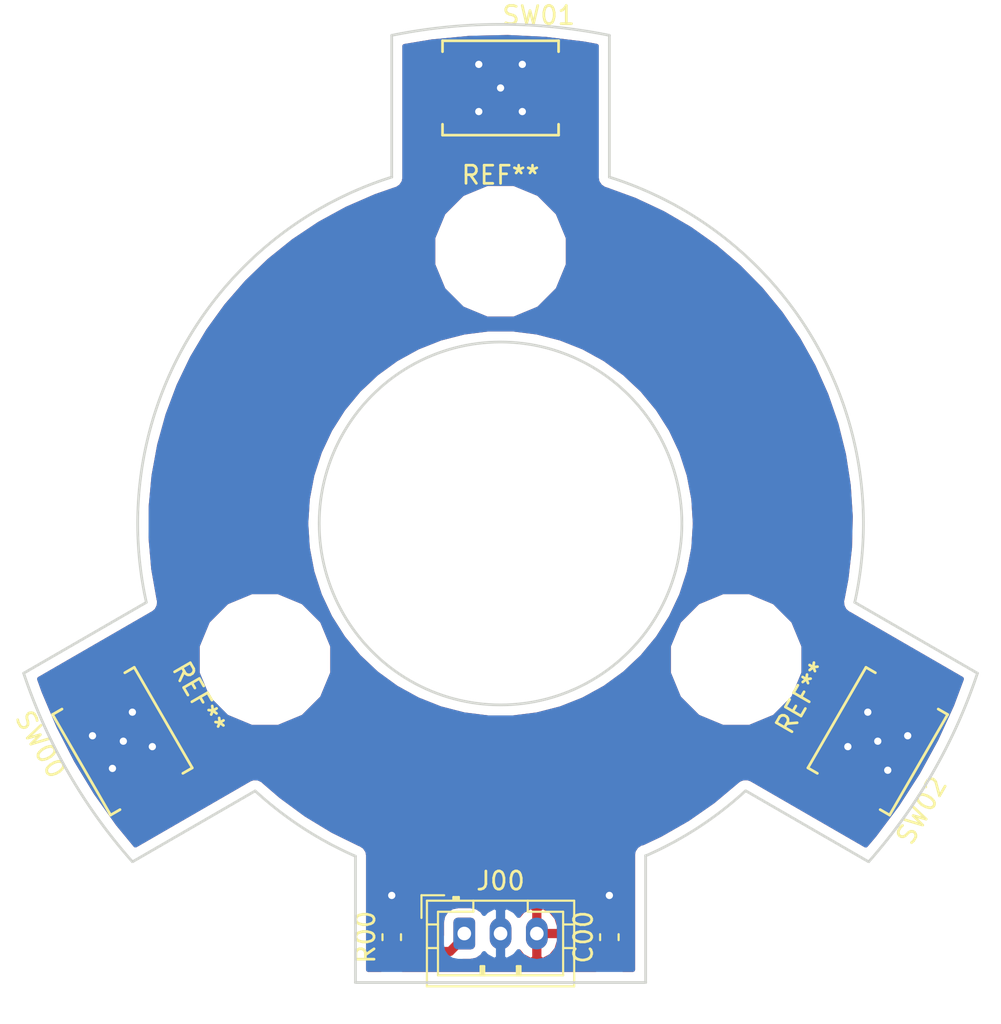
<source format=kicad_pcb>
(kicad_pcb (version 20171130) (host pcbnew "(5.0.1-3-g963ef8bb5)")

  (general
    (thickness 1.6)
    (drawings 23)
    (tracks 46)
    (zones 0)
    (modules 9)
    (nets 4)
  )

  (page A4)
  (layers
    (0 F.Cu signal)
    (31 B.Cu signal)
    (32 B.Adhes user)
    (33 F.Adhes user)
    (34 B.Paste user)
    (35 F.Paste user)
    (36 B.SilkS user)
    (37 F.SilkS user)
    (38 B.Mask user)
    (39 F.Mask user)
    (40 Dwgs.User user)
    (41 Cmts.User user)
    (42 Eco1.User user)
    (43 Eco2.User user)
    (44 Edge.Cuts user)
    (45 Margin user)
    (46 B.CrtYd user)
    (47 F.CrtYd user)
    (48 B.Fab user)
    (49 F.Fab user)
  )

  (setup
    (last_trace_width 0.5)
    (trace_clearance 0.2)
    (zone_clearance 0.508)
    (zone_45_only no)
    (trace_min 0.2)
    (segment_width 0.2)
    (edge_width 0.15)
    (via_size 0.8)
    (via_drill 0.4)
    (via_min_size 0.4)
    (via_min_drill 0.3)
    (uvia_size 0.3)
    (uvia_drill 0.1)
    (uvias_allowed no)
    (uvia_min_size 0.2)
    (uvia_min_drill 0.1)
    (pcb_text_width 0.3)
    (pcb_text_size 1.5 1.5)
    (mod_edge_width 0.15)
    (mod_text_size 1 1)
    (mod_text_width 0.15)
    (pad_size 3.2 3.2)
    (pad_drill 3.2)
    (pad_to_mask_clearance 0.051)
    (solder_mask_min_width 0.25)
    (aux_axis_origin 0 0)
    (visible_elements FFFFFF7F)
    (pcbplotparams
      (layerselection 0x010fc_ffffffff)
      (usegerberextensions false)
      (usegerberattributes false)
      (usegerberadvancedattributes false)
      (creategerberjobfile false)
      (excludeedgelayer true)
      (linewidth 0.100000)
      (plotframeref false)
      (viasonmask false)
      (mode 1)
      (useauxorigin false)
      (hpglpennumber 1)
      (hpglpenspeed 20)
      (hpglpendiameter 15.000000)
      (psnegative false)
      (psa4output false)
      (plotreference true)
      (plotvalue true)
      (plotinvisibletext false)
      (padsonsilk false)
      (subtractmaskfromsilk false)
      (outputformat 1)
      (mirror false)
      (drillshape 1)
      (scaleselection 1)
      (outputdirectory ""))
  )

  (net 0 "")
  (net 1 GND)
  (net 2 +5V)
  (net 3 "Net-(C00-Pad2)")

  (net_class Default "This is the default net class."
    (clearance 0.2)
    (trace_width 0.5)
    (via_dia 0.8)
    (via_drill 0.4)
    (uvia_dia 0.3)
    (uvia_drill 0.1)
    (add_net +5V)
    (add_net GND)
    (add_net "Net-(C00-Pad2)")
  )

  (module MountingHole:MountingHole_3.2mm_M3 (layer F.Cu) (tedit 5CED4204) (tstamp 5CF9A0B6)
    (at 112.990381 107.5 240)
    (descr "Mounting Hole 3.2mm, no annular, M3")
    (tags "mounting hole 3.2mm no annular m3")
    (attr virtual)
    (fp_text reference REF** (at 0 -4.2 240) (layer F.SilkS)
      (effects (font (size 1 1) (thickness 0.15)))
    )
    (fp_text value MountingHole_3.2mm_M3 (at 0 4.2 240) (layer F.Fab)
      (effects (font (size 1 1) (thickness 0.15)))
    )
    (fp_text user %R (at 0.3 0 240) (layer F.Fab)
      (effects (font (size 1 1) (thickness 0.15)))
    )
    (fp_circle (center 0 0) (end 3.2 0) (layer Cmts.User) (width 0.15))
    (fp_circle (center 0 0) (end 3.45 0) (layer F.CrtYd) (width 0.05))
    (pad "" np_thru_hole circle (at 0 0 240) (size 3.2 3.2) (drill 3.2) (layers *.Cu *.Mask)
      (clearance 2))
  )

  (module MountingHole:MountingHole_3.2mm_M3 (layer F.Cu) (tedit 5CED4204) (tstamp 5CF9A0AF)
    (at 87.009619 107.5 120)
    (descr "Mounting Hole 3.2mm, no annular, M3")
    (tags "mounting hole 3.2mm no annular m3")
    (attr virtual)
    (fp_text reference REF** (at 0 -4.2 120) (layer F.SilkS)
      (effects (font (size 1 1) (thickness 0.15)))
    )
    (fp_text value MountingHole_3.2mm_M3 (at 0 4.2 120) (layer F.Fab)
      (effects (font (size 1 1) (thickness 0.15)))
    )
    (fp_text user %R (at 0.3 0 120) (layer F.Fab)
      (effects (font (size 1 1) (thickness 0.15)))
    )
    (fp_circle (center 0 0) (end 3.2 0) (layer Cmts.User) (width 0.15))
    (fp_circle (center 0 0) (end 3.45 0) (layer F.CrtYd) (width 0.05))
    (pad "" np_thru_hole circle (at 0 0 120) (size 3.2 3.2) (drill 3.2) (layers *.Cu *.Mask)
      (clearance 2))
  )

  (module Capacitor_SMD:C_0603_1608Metric (layer F.Cu) (tedit 5B301BBE) (tstamp 5CF98672)
    (at 106 122.8 90)
    (descr "Capacitor SMD 0603 (1608 Metric), square (rectangular) end terminal, IPC_7351 nominal, (Body size source: http://www.tortai-tech.com/upload/download/2011102023233369053.pdf), generated with kicad-footprint-generator")
    (tags capacitor)
    (path /5CED328E)
    (attr smd)
    (fp_text reference C00 (at 0 -1.43 90) (layer F.SilkS)
      (effects (font (size 1 1) (thickness 0.15)))
    )
    (fp_text value 1uF (at 0 1.43 90) (layer F.Fab)
      (effects (font (size 1 1) (thickness 0.15)))
    )
    (fp_line (start -0.8 0.4) (end -0.8 -0.4) (layer F.Fab) (width 0.1))
    (fp_line (start -0.8 -0.4) (end 0.8 -0.4) (layer F.Fab) (width 0.1))
    (fp_line (start 0.8 -0.4) (end 0.8 0.4) (layer F.Fab) (width 0.1))
    (fp_line (start 0.8 0.4) (end -0.8 0.4) (layer F.Fab) (width 0.1))
    (fp_line (start -0.162779 -0.51) (end 0.162779 -0.51) (layer F.SilkS) (width 0.12))
    (fp_line (start -0.162779 0.51) (end 0.162779 0.51) (layer F.SilkS) (width 0.12))
    (fp_line (start -1.48 0.73) (end -1.48 -0.73) (layer F.CrtYd) (width 0.05))
    (fp_line (start -1.48 -0.73) (end 1.48 -0.73) (layer F.CrtYd) (width 0.05))
    (fp_line (start 1.48 -0.73) (end 1.48 0.73) (layer F.CrtYd) (width 0.05))
    (fp_line (start 1.48 0.73) (end -1.48 0.73) (layer F.CrtYd) (width 0.05))
    (fp_text user %R (at 0 0 90) (layer F.Fab)
      (effects (font (size 0.4 0.4) (thickness 0.06)))
    )
    (pad 1 smd roundrect (at -0.7875 0 90) (size 0.875 0.95) (layers F.Cu F.Paste F.Mask) (roundrect_rratio 0.25)
      (net 1 GND))
    (pad 2 smd roundrect (at 0.7875 0 90) (size 0.875 0.95) (layers F.Cu F.Paste F.Mask) (roundrect_rratio 0.25)
      (net 3 "Net-(C00-Pad2)"))
    (model ${KISYS3DMOD}/Capacitor_SMD.3dshapes/C_0603_1608Metric.wrl
      (at (xyz 0 0 0))
      (scale (xyz 1 1 1))
      (rotate (xyz 0 0 0))
    )
  )

  (module Connector_JST:JST_PH_B3B-PH-K_1x03_P2.00mm_Vertical (layer F.Cu) (tedit 5B7745C2) (tstamp 5CF997F7)
    (at 98 122.6)
    (descr "JST PH series connector, B3B-PH-K (http://www.jst-mfg.com/product/pdf/eng/ePH.pdf), generated with kicad-footprint-generator")
    (tags "connector JST PH side entry")
    (path /5CED5A9B)
    (fp_text reference J00 (at 2 -2.9) (layer F.SilkS)
      (effects (font (size 1 1) (thickness 0.15)))
    )
    (fp_text value Conn_01x03 (at 2 4) (layer F.Fab)
      (effects (font (size 1 1) (thickness 0.15)))
    )
    (fp_line (start -2.06 -1.81) (end -2.06 2.91) (layer F.SilkS) (width 0.12))
    (fp_line (start -2.06 2.91) (end 6.06 2.91) (layer F.SilkS) (width 0.12))
    (fp_line (start 6.06 2.91) (end 6.06 -1.81) (layer F.SilkS) (width 0.12))
    (fp_line (start 6.06 -1.81) (end -2.06 -1.81) (layer F.SilkS) (width 0.12))
    (fp_line (start -0.3 -1.81) (end -0.3 -2.01) (layer F.SilkS) (width 0.12))
    (fp_line (start -0.3 -2.01) (end -0.6 -2.01) (layer F.SilkS) (width 0.12))
    (fp_line (start -0.6 -2.01) (end -0.6 -1.81) (layer F.SilkS) (width 0.12))
    (fp_line (start -0.3 -1.91) (end -0.6 -1.91) (layer F.SilkS) (width 0.12))
    (fp_line (start 0.5 -1.81) (end 0.5 -1.2) (layer F.SilkS) (width 0.12))
    (fp_line (start 0.5 -1.2) (end -1.45 -1.2) (layer F.SilkS) (width 0.12))
    (fp_line (start -1.45 -1.2) (end -1.45 2.3) (layer F.SilkS) (width 0.12))
    (fp_line (start -1.45 2.3) (end 5.45 2.3) (layer F.SilkS) (width 0.12))
    (fp_line (start 5.45 2.3) (end 5.45 -1.2) (layer F.SilkS) (width 0.12))
    (fp_line (start 5.45 -1.2) (end 3.5 -1.2) (layer F.SilkS) (width 0.12))
    (fp_line (start 3.5 -1.2) (end 3.5 -1.81) (layer F.SilkS) (width 0.12))
    (fp_line (start -2.06 -0.5) (end -1.45 -0.5) (layer F.SilkS) (width 0.12))
    (fp_line (start -2.06 0.8) (end -1.45 0.8) (layer F.SilkS) (width 0.12))
    (fp_line (start 6.06 -0.5) (end 5.45 -0.5) (layer F.SilkS) (width 0.12))
    (fp_line (start 6.06 0.8) (end 5.45 0.8) (layer F.SilkS) (width 0.12))
    (fp_line (start 0.9 2.3) (end 0.9 1.8) (layer F.SilkS) (width 0.12))
    (fp_line (start 0.9 1.8) (end 1.1 1.8) (layer F.SilkS) (width 0.12))
    (fp_line (start 1.1 1.8) (end 1.1 2.3) (layer F.SilkS) (width 0.12))
    (fp_line (start 1 2.3) (end 1 1.8) (layer F.SilkS) (width 0.12))
    (fp_line (start 2.9 2.3) (end 2.9 1.8) (layer F.SilkS) (width 0.12))
    (fp_line (start 2.9 1.8) (end 3.1 1.8) (layer F.SilkS) (width 0.12))
    (fp_line (start 3.1 1.8) (end 3.1 2.3) (layer F.SilkS) (width 0.12))
    (fp_line (start 3 2.3) (end 3 1.8) (layer F.SilkS) (width 0.12))
    (fp_line (start -1.11 -2.11) (end -2.36 -2.11) (layer F.SilkS) (width 0.12))
    (fp_line (start -2.36 -2.11) (end -2.36 -0.86) (layer F.SilkS) (width 0.12))
    (fp_line (start -1.11 -2.11) (end -2.36 -2.11) (layer F.Fab) (width 0.1))
    (fp_line (start -2.36 -2.11) (end -2.36 -0.86) (layer F.Fab) (width 0.1))
    (fp_line (start -1.95 -1.7) (end -1.95 2.8) (layer F.Fab) (width 0.1))
    (fp_line (start -1.95 2.8) (end 5.95 2.8) (layer F.Fab) (width 0.1))
    (fp_line (start 5.95 2.8) (end 5.95 -1.7) (layer F.Fab) (width 0.1))
    (fp_line (start 5.95 -1.7) (end -1.95 -1.7) (layer F.Fab) (width 0.1))
    (fp_line (start -2.45 -2.2) (end -2.45 3.3) (layer F.CrtYd) (width 0.05))
    (fp_line (start -2.45 3.3) (end 6.45 3.3) (layer F.CrtYd) (width 0.05))
    (fp_line (start 6.45 3.3) (end 6.45 -2.2) (layer F.CrtYd) (width 0.05))
    (fp_line (start 6.45 -2.2) (end -2.45 -2.2) (layer F.CrtYd) (width 0.05))
    (fp_text user %R (at 2 1.5) (layer F.Fab)
      (effects (font (size 1 1) (thickness 0.15)))
    )
    (pad 1 thru_hole roundrect (at 0 0) (size 1.2 1.75) (drill 0.75) (layers *.Cu *.Mask) (roundrect_rratio 0.208333)
      (net 2 +5V))
    (pad 2 thru_hole oval (at 2 0) (size 1.2 1.75) (drill 0.75) (layers *.Cu *.Mask)
      (net 3 "Net-(C00-Pad2)"))
    (pad 3 thru_hole oval (at 4 0) (size 1.2 1.75) (drill 0.75) (layers *.Cu *.Mask)
      (net 1 GND))
    (model ${KISYS3DMOD}/Connector_JST.3dshapes/JST_PH_B3B-PH-K_1x03_P2.00mm_Vertical.wrl
      (at (xyz 0 0 0))
      (scale (xyz 1 1 1))
      (rotate (xyz 0 0 0))
    )
  )

  (module Resistor_SMD:R_0603_1608Metric (layer F.Cu) (tedit 5B301BBD) (tstamp 5CF99936)
    (at 94 122.8 90)
    (descr "Resistor SMD 0603 (1608 Metric), square (rectangular) end terminal, IPC_7351 nominal, (Body size source: http://www.tortai-tech.com/upload/download/2011102023233369053.pdf), generated with kicad-footprint-generator")
    (tags resistor)
    (path /5CED30DB)
    (attr smd)
    (fp_text reference R00 (at 0 -1.43 90) (layer F.SilkS)
      (effects (font (size 1 1) (thickness 0.15)))
    )
    (fp_text value 10K (at 0 1.43 90) (layer F.Fab)
      (effects (font (size 1 1) (thickness 0.15)))
    )
    (fp_line (start -0.8 0.4) (end -0.8 -0.4) (layer F.Fab) (width 0.1))
    (fp_line (start -0.8 -0.4) (end 0.8 -0.4) (layer F.Fab) (width 0.1))
    (fp_line (start 0.8 -0.4) (end 0.8 0.4) (layer F.Fab) (width 0.1))
    (fp_line (start 0.8 0.4) (end -0.8 0.4) (layer F.Fab) (width 0.1))
    (fp_line (start -0.162779 -0.51) (end 0.162779 -0.51) (layer F.SilkS) (width 0.12))
    (fp_line (start -0.162779 0.51) (end 0.162779 0.51) (layer F.SilkS) (width 0.12))
    (fp_line (start -1.48 0.73) (end -1.48 -0.73) (layer F.CrtYd) (width 0.05))
    (fp_line (start -1.48 -0.73) (end 1.48 -0.73) (layer F.CrtYd) (width 0.05))
    (fp_line (start 1.48 -0.73) (end 1.48 0.73) (layer F.CrtYd) (width 0.05))
    (fp_line (start 1.48 0.73) (end -1.48 0.73) (layer F.CrtYd) (width 0.05))
    (fp_text user %R (at 0 0 90) (layer F.Fab)
      (effects (font (size 0.4 0.4) (thickness 0.06)))
    )
    (pad 1 smd roundrect (at -0.7875 0 90) (size 0.875 0.95) (layers F.Cu F.Paste F.Mask) (roundrect_rratio 0.25)
      (net 2 +5V))
    (pad 2 smd roundrect (at 0.7875 0 90) (size 0.875 0.95) (layers F.Cu F.Paste F.Mask) (roundrect_rratio 0.25)
      (net 3 "Net-(C00-Pad2)"))
    (model ${KISYS3DMOD}/Resistor_SMD.3dshapes/R_0603_1608Metric.wrl
      (at (xyz 0 0 0))
      (scale (xyz 1 1 1))
      (rotate (xyz 0 0 0))
    )
  )

  (module _switch:RAFI_MICON5_SMD (layer F.Cu) (tedit 5CED088E) (tstamp 5CF986CB)
    (at 79.15 112 120)
    (descr http://www.farnell.com/datasheets/1702832.pdf?_ga=2.4497972.646706983.1559033274-307862962.1549974152)
    (tags "switch, NO, SPST")
    (path /5CED2A51)
    (fp_text reference SW00 (at 2.1 -4 120) (layer F.SilkS)
      (effects (font (size 1 1) (thickness 0.15)))
    )
    (fp_text value SPST (at 0 4.1 120) (layer F.Fab)
      (effects (font (size 1 1) (thickness 0.15)))
    )
    (fp_line (start -3.2 2.6) (end -3.2 2) (layer F.SilkS) (width 0.15))
    (fp_line (start 3.2 2.6) (end -3.2 2.6) (layer F.SilkS) (width 0.15))
    (fp_line (start 3.2 2) (end 3.2 2.6) (layer F.SilkS) (width 0.15))
    (fp_line (start 3.2 -2.6) (end 3.2 -2) (layer F.SilkS) (width 0.15))
    (fp_line (start -3.2 -2.6) (end 3.2 -2.6) (layer F.SilkS) (width 0.15))
    (fp_line (start -3.2 -2) (end -3.2 -2.6) (layer F.SilkS) (width 0.15))
    (fp_circle (center 0 0) (end 0 -1.2) (layer F.Fab) (width 0.15))
    (fp_line (start -3.9 3) (end -3.9 -3) (layer F.CrtYd) (width 0.15))
    (fp_line (start 3.9 3) (end -3.9 3) (layer F.CrtYd) (width 0.15))
    (fp_line (start 3.9 -3) (end 3.9 3) (layer F.CrtYd) (width 0.15))
    (fp_line (start -3.9 -3) (end 3.9 -3) (layer F.CrtYd) (width 0.15))
    (fp_line (start -3.2 2.55) (end -3.2 -2.55) (layer F.Fab) (width 0.15))
    (fp_line (start 3.2 2.55) (end -3.2 2.55) (layer F.Fab) (width 0.15))
    (fp_line (start 3.2 -2.55) (end 3.2 2.55) (layer F.Fab) (width 0.15))
    (fp_line (start -3.2 -2.55) (end 3.2 -2.55) (layer F.Fab) (width 0.15))
    (pad 2 smd rect (at 2.9 -1.27 120) (size 1.6 0.55) (layers F.Cu F.Paste F.Mask)
      (net 1 GND))
    (pad 2 smd rect (at 2.9 1.27 120) (size 1.6 0.55) (layers F.Cu F.Paste F.Mask)
      (net 1 GND))
    (pad 2 smd rect (at -2.9 1.27 120) (size 1.6 0.55) (layers F.Cu F.Paste F.Mask)
      (net 1 GND))
    (pad 2 smd rect (at -2.9 -1.27 120) (size 1.6 0.55) (layers F.Cu F.Paste F.Mask)
      (net 1 GND))
    (pad 1 smd rect (at -2.9 0 120) (size 1.6 0.55) (layers F.Cu F.Paste F.Mask)
      (net 3 "Net-(C00-Pad2)"))
    (pad 1 smd rect (at 2.9 0 120) (size 1.6 0.55) (layers F.Cu F.Paste F.Mask)
      (net 3 "Net-(C00-Pad2)"))
  )

  (module _switch:RAFI_MICON5_SMD (layer F.Cu) (tedit 5CED088E) (tstamp 5CF66B4A)
    (at 100 76)
    (descr http://www.farnell.com/datasheets/1702832.pdf?_ga=2.4497972.646706983.1559033274-307862962.1549974152)
    (tags "switch, NO, SPST")
    (path /5CED2B21)
    (fp_text reference SW01 (at 2.1 -4) (layer F.SilkS)
      (effects (font (size 1 1) (thickness 0.15)))
    )
    (fp_text value SPST (at 0 4.1) (layer F.Fab)
      (effects (font (size 1 1) (thickness 0.15)))
    )
    (fp_line (start -3.2 2.6) (end -3.2 2) (layer F.SilkS) (width 0.15))
    (fp_line (start 3.2 2.6) (end -3.2 2.6) (layer F.SilkS) (width 0.15))
    (fp_line (start 3.2 2) (end 3.2 2.6) (layer F.SilkS) (width 0.15))
    (fp_line (start 3.2 -2.6) (end 3.2 -2) (layer F.SilkS) (width 0.15))
    (fp_line (start -3.2 -2.6) (end 3.2 -2.6) (layer F.SilkS) (width 0.15))
    (fp_line (start -3.2 -2) (end -3.2 -2.6) (layer F.SilkS) (width 0.15))
    (fp_circle (center 0 0) (end 0 -1.2) (layer F.Fab) (width 0.15))
    (fp_line (start -3.9 3) (end -3.9 -3) (layer F.CrtYd) (width 0.15))
    (fp_line (start 3.9 3) (end -3.9 3) (layer F.CrtYd) (width 0.15))
    (fp_line (start 3.9 -3) (end 3.9 3) (layer F.CrtYd) (width 0.15))
    (fp_line (start -3.9 -3) (end 3.9 -3) (layer F.CrtYd) (width 0.15))
    (fp_line (start -3.2 2.55) (end -3.2 -2.55) (layer F.Fab) (width 0.15))
    (fp_line (start 3.2 2.55) (end -3.2 2.55) (layer F.Fab) (width 0.15))
    (fp_line (start 3.2 -2.55) (end 3.2 2.55) (layer F.Fab) (width 0.15))
    (fp_line (start -3.2 -2.55) (end 3.2 -2.55) (layer F.Fab) (width 0.15))
    (pad 2 smd rect (at 2.9 -1.27) (size 1.6 0.55) (layers F.Cu F.Paste F.Mask)
      (net 1 GND))
    (pad 2 smd rect (at 2.9 1.27) (size 1.6 0.55) (layers F.Cu F.Paste F.Mask)
      (net 1 GND))
    (pad 2 smd rect (at -2.9 1.27) (size 1.6 0.55) (layers F.Cu F.Paste F.Mask)
      (net 1 GND))
    (pad 2 smd rect (at -2.9 -1.27) (size 1.6 0.55) (layers F.Cu F.Paste F.Mask)
      (net 1 GND))
    (pad 1 smd rect (at -2.9 0) (size 1.6 0.55) (layers F.Cu F.Paste F.Mask)
      (net 3 "Net-(C00-Pad2)"))
    (pad 1 smd rect (at 2.9 0) (size 1.6 0.55) (layers F.Cu F.Paste F.Mask)
      (net 3 "Net-(C00-Pad2)"))
  )

  (module _switch:RAFI_MICON5_SMD (layer F.Cu) (tedit 5CED088E) (tstamp 5CF986FD)
    (at 120.8 112 240)
    (descr http://www.farnell.com/datasheets/1702832.pdf?_ga=2.4497972.646706983.1559033274-307862962.1549974152)
    (tags "switch, NO, SPST")
    (path /5CED2B48)
    (fp_text reference SW02 (at 2.1 -4 240) (layer F.SilkS)
      (effects (font (size 1 1) (thickness 0.15)))
    )
    (fp_text value SPST (at 0 4.1 240) (layer F.Fab)
      (effects (font (size 1 1) (thickness 0.15)))
    )
    (fp_line (start -3.2 -2.55) (end 3.2 -2.55) (layer F.Fab) (width 0.15))
    (fp_line (start 3.2 -2.55) (end 3.2 2.55) (layer F.Fab) (width 0.15))
    (fp_line (start 3.2 2.55) (end -3.2 2.55) (layer F.Fab) (width 0.15))
    (fp_line (start -3.2 2.55) (end -3.2 -2.55) (layer F.Fab) (width 0.15))
    (fp_line (start -3.9 -3) (end 3.9 -3) (layer F.CrtYd) (width 0.15))
    (fp_line (start 3.9 -3) (end 3.9 3) (layer F.CrtYd) (width 0.15))
    (fp_line (start 3.9 3) (end -3.9 3) (layer F.CrtYd) (width 0.15))
    (fp_line (start -3.9 3) (end -3.9 -3) (layer F.CrtYd) (width 0.15))
    (fp_circle (center 0 0) (end 0 -1.2) (layer F.Fab) (width 0.15))
    (fp_line (start -3.2 -2) (end -3.2 -2.6) (layer F.SilkS) (width 0.15))
    (fp_line (start -3.2 -2.6) (end 3.2 -2.6) (layer F.SilkS) (width 0.15))
    (fp_line (start 3.2 -2.6) (end 3.2 -2) (layer F.SilkS) (width 0.15))
    (fp_line (start 3.2 2) (end 3.2 2.6) (layer F.SilkS) (width 0.15))
    (fp_line (start 3.2 2.6) (end -3.2 2.6) (layer F.SilkS) (width 0.15))
    (fp_line (start -3.2 2.6) (end -3.2 2) (layer F.SilkS) (width 0.15))
    (pad 1 smd rect (at 2.9 0 240) (size 1.6 0.55) (layers F.Cu F.Paste F.Mask)
      (net 3 "Net-(C00-Pad2)"))
    (pad 1 smd rect (at -2.9 0 240) (size 1.6 0.55) (layers F.Cu F.Paste F.Mask)
      (net 3 "Net-(C00-Pad2)"))
    (pad 2 smd rect (at -2.9 -1.27 240) (size 1.6 0.55) (layers F.Cu F.Paste F.Mask)
      (net 1 GND))
    (pad 2 smd rect (at -2.9 1.27 240) (size 1.6 0.55) (layers F.Cu F.Paste F.Mask)
      (net 1 GND))
    (pad 2 smd rect (at 2.9 1.27 240) (size 1.6 0.55) (layers F.Cu F.Paste F.Mask)
      (net 1 GND))
    (pad 2 smd rect (at 2.9 -1.27 240) (size 1.6 0.55) (layers F.Cu F.Paste F.Mask)
      (net 1 GND))
  )

  (module MountingHole:MountingHole_3.2mm_M3 (layer F.Cu) (tedit 5CED4204) (tstamp 5CF98BF9)
    (at 100 85)
    (descr "Mounting Hole 3.2mm, no annular, M3")
    (tags "mounting hole 3.2mm no annular m3")
    (attr virtual)
    (fp_text reference REF** (at 0 -4.2) (layer F.SilkS)
      (effects (font (size 1 1) (thickness 0.15)))
    )
    (fp_text value MountingHole_3.2mm_M3 (at 0 4.2) (layer F.Fab)
      (effects (font (size 1 1) (thickness 0.15)))
    )
    (fp_circle (center 0 0) (end 3.45 0) (layer F.CrtYd) (width 0.05))
    (fp_circle (center 0 0) (end 3.2 0) (layer Cmts.User) (width 0.15))
    (fp_text user %R (at 0.3 0) (layer F.Fab)
      (effects (font (size 1 1) (thickness 0.15)))
    )
    (pad "" np_thru_hole circle (at 0 0) (size 3.2 3.2) (drill 3.2) (layers *.Cu *.Mask)
      (clearance 2))
  )

  (gr_circle (center 100 100) (end 120 100) (layer F.Fab) (width 0.2))
  (gr_line (start 126.296083 108.253848) (end 119.532425 104.348848) (layer Edge.Cuts) (width 0.15) (tstamp 5CF66CAE))
  (gr_line (start 79.703917 118.646152) (end 86.467575 114.741152) (layer Edge.Cuts) (width 0.15) (tstamp 5CF66CAD))
  (gr_line (start 120.296083 118.646152) (end 113.532425 114.741152) (layer Edge.Cuts) (width 0.15) (tstamp 5CF66CAC))
  (gr_line (start 73.703917 108.253848) (end 80.467575 104.348848) (layer Edge.Cuts) (width 0.15) (tstamp 5CF66CAB))
  (gr_arc (start 97.843597 98.755001) (end 120.296083 118.646152) (angle -23.07688018) (layer Edge.Cuts) (width 0.15) (tstamp 5CF66CAA))
  (gr_arc (start 102.156402 98.755) (end 73.703917 108.253848) (angle -23.07688018) (layer Edge.Cuts) (width 0.15) (tstamp 5CF66CA9))
  (gr_circle (center 112.990381 107.5) (end 112.190381 108.885641) (layer F.Fab) (width 0.2) (tstamp 5CF9A0BE))
  (gr_circle (center 87.009619 107.5) (end 86.209619 106.114359) (layer F.Fab) (width 0.2) (tstamp 5CF9A0BD))
  (gr_line (start 92 118.34) (end 92 125.3) (layer Edge.Cuts) (width 0.15))
  (gr_line (start 92 125.3) (end 108 125.3) (layer Edge.Cuts) (width 0.15))
  (gr_arc (start 100 100) (end 107.999999 118.319999) (angle -18.92746835) (layer Edge.Cuts) (width 0.15))
  (gr_arc (start 100 100) (end 86.470001 114.739999) (angle -18.98207597) (layer Edge.Cuts) (width 0.15))
  (gr_line (start 108 118.3) (end 108 125.3) (layer Edge.Cuts) (width 0.15))
  (gr_arc (start 100 100) (end 94.00221 80.911525) (angle -85.10879255) (layer Edge.Cuts) (width 0.15) (tstamp 5CF995B4))
  (gr_arc (start 100 100) (end 119.529999 104.349999) (angle -85.10879255) (layer Edge.Cuts) (width 0.15))
  (gr_arc (start 100.000001 102.489999) (end 106 73.1) (angle -23.07688018) (layer Edge.Cuts) (width 0.15))
  (gr_line (start 106 73.1) (end 106 80.91) (layer Edge.Cuts) (width 0.15))
  (gr_line (start 94 73.1) (end 94 80.91) (layer Edge.Cuts) (width 0.15))
  (gr_circle (center 100 100) (end 127.5 100) (layer F.Fab) (width 0.2))
  (gr_circle (center 100 85) (end 101.6 85) (layer F.Fab) (width 0.2))
  (gr_circle (center 100 100) (end 124 100) (layer F.Fab) (width 0.2))
  (gr_circle (center 100 100) (end 110 100) (layer Edge.Cuts) (width 0.15))

  (segment (start 94 123.5875) (end 97.2125 123.5875) (width 0.5) (layer F.Cu) (net 2))
  (segment (start 97.2125 123.5875) (end 98 122.8) (width 0.5) (layer F.Cu) (net 2))
  (via (at 100 76) (size 0.8) (drill 0.4) (layers F.Cu B.Cu) (net 3) (tstamp 5CF66B7E))
  (via (at 120.8 112) (size 0.8) (drill 0.4) (layers F.Cu B.Cu) (net 3))
  (via (at 94 120.5) (size 0.8) (drill 0.4) (layers F.Cu B.Cu) (net 3))
  (via (at 106 120.5) (size 0.8) (drill 0.4) (layers F.Cu B.Cu) (net 3))
  (segment (start 106 122.0125) (end 106 120.5) (width 0.5) (layer F.Cu) (net 3))
  (via (at 122.45 111.7) (size 0.8) (drill 0.4) (layers F.Cu B.Cu) (net 3))
  (segment (start 121.35 111.047371) (end 122.45 111.7) (width 0.5) (layer F.Cu) (net 3))
  (segment (start 122.25 109.488526) (end 121.35 111.047371) (width 0.5) (layer F.Cu) (net 3))
  (segment (start 121.35 111.047371) (end 120.8 112) (width 0.5) (layer F.Cu) (net 3))
  (segment (start 120.22265 113) (end 121.35 113.6) (width 0.5) (layer F.Cu) (net 3))
  (via (at 121.35 113.6) (size 0.8) (drill 0.4) (layers F.Cu B.Cu) (net 3))
  (segment (start 119.35 114.511474) (end 120.22265 113) (width 0.5) (layer F.Cu) (net 3))
  (segment (start 120.22265 113) (end 120.8 112) (width 0.5) (layer F.Cu) (net 3))
  (via (at 120.25 110.4) (size 0.8) (drill 0.4) (layers F.Cu B.Cu) (net 3))
  (segment (start 121.35 111.047371) (end 120.25 110.4) (width 0.5) (layer F.Cu) (net 3))
  (via (at 79.2 112) (size 0.8) (drill 0.4) (layers F.Cu B.Cu) (net 3))
  (via (at 80.8 112.3) (size 0.8) (drill 0.4) (layers F.Cu B.Cu) (net 3))
  (segment (start 79.7 112.896955) (end 80.8 112.3) (width 0.5) (layer F.Cu) (net 3))
  (segment (start 80.6 114.511474) (end 79.7 112.896955) (width 0.5) (layer F.Cu) (net 3))
  (segment (start 79.7 112.896955) (end 79.2 112) (width 0.5) (layer F.Cu) (net 3))
  (via (at 78.6 113.5) (size 0.8) (drill 0.4) (layers F.Cu B.Cu) (net 3))
  (segment (start 79.7 112.896955) (end 78.6 113.5) (width 0.5) (layer F.Cu) (net 3))
  (segment (start 78.602741 111) (end 79.7 110.4) (width 0.5) (layer F.Cu) (net 3))
  (segment (start 77.7 109.488526) (end 78.602741 111) (width 0.5) (layer F.Cu) (net 3))
  (via (at 79.7 110.4) (size 0.8) (drill 0.4) (layers F.Cu B.Cu) (net 3))
  (segment (start 78.602741 111) (end 79.2 112) (width 0.5) (layer F.Cu) (net 3))
  (via (at 77.5 111.7) (size 0.8) (drill 0.4) (layers F.Cu B.Cu) (net 3))
  (segment (start 78.602741 111) (end 77.5 111.7) (width 0.5) (layer F.Cu) (net 3))
  (segment (start 99.6 76) (end 100 76) (width 0.5) (layer F.Cu) (net 3) (tstamp 5CF66BA2))
  (via (at 101.2 74.7) (size 0.8) (drill 0.4) (layers F.Cu B.Cu) (net 3) (tstamp 5CF66B81))
  (segment (start 101.2 76) (end 101.2 74.7) (width 0.5) (layer F.Cu) (net 3) (tstamp 5CF66B9F))
  (segment (start 102.9 76) (end 101.2 76) (width 0.5) (layer F.Cu) (net 3) (tstamp 5CF66B9C))
  (segment (start 101.2 76) (end 99.6 76) (width 0.5) (layer F.Cu) (net 3) (tstamp 5CF66B99))
  (via (at 101.2 77.3) (size 0.8) (drill 0.4) (layers F.Cu B.Cu) (net 3) (tstamp 5CF66B87))
  (segment (start 101.2 76) (end 101.2 77.3) (width 0.5) (layer F.Cu) (net 3) (tstamp 5CF66B96))
  (via (at 98.8 74.7) (size 0.8) (drill 0.4) (layers F.Cu B.Cu) (net 3) (tstamp 5CF66B7B))
  (segment (start 98.8 76) (end 98.8 74.7) (width 0.5) (layer F.Cu) (net 3) (tstamp 5CF66B93))
  (segment (start 97.1 76) (end 98.8 76) (width 0.5) (layer F.Cu) (net 3) (tstamp 5CF66B90))
  (segment (start 98.8 76) (end 99.6 76) (width 0.5) (layer F.Cu) (net 3) (tstamp 5CF66B8D))
  (via (at 98.8 77.3) (size 0.8) (drill 0.4) (layers F.Cu B.Cu) (net 3) (tstamp 5CF66B84))
  (segment (start 98.8 76) (end 98.8 77.3) (width 0.5) (layer F.Cu) (net 3) (tstamp 5CF66B8A))
  (segment (start 94 122.0125) (end 94 120.5) (width 0.5) (layer F.Cu) (net 3))
  (via (at 119.15 112.3) (size 0.8) (drill 0.4) (layers F.Cu B.Cu) (net 3))
  (segment (start 120.22265 113) (end 119.15 112.3) (width 0.5) (layer F.Cu) (net 3))

  (zone (net 1) (net_name GND) (layer F.Cu) (tstamp 0) (hatch edge 0.508)
    (connect_pads (clearance 0.508))
    (min_thickness 0.254)
    (fill yes (arc_segments 16) (thermal_gap 0.508) (thermal_bridge_width 0.508))
    (polygon
      (pts
        (xy 94.6 73) (xy 96.1 72.8) (xy 98 72.6) (xy 99.5 72.5) (xy 101.1 72.5)
        (xy 102.9 72.7) (xy 104.5 72.9) (xy 106 73.2) (xy 105.94 80.95) (xy 106.75 81.25)
        (xy 108.38 81.92) (xy 109.32 82.4) (xy 110.55 83.09) (xy 111.55 83.77) (xy 112.74 84.67)
        (xy 114.21 86.02) (xy 115.8 87.78) (xy 117.45 90.39) (xy 118.56 92.74) (xy 119.4 95.46)
        (xy 119.84 98.05) (xy 119.95 99.82) (xy 119.84 101.98) (xy 119.68 103.18) (xy 119.46 104.34)
        (xy 122.29 106.03) (xy 124.88 107.53) (xy 126.1 108.2) (xy 125.4 110.3) (xy 124.9 111.6)
        (xy 124.4 112.6) (xy 123.9 113.5) (xy 123.1 114.8) (xy 122.5 115.7) (xy 121.8 116.6)
        (xy 120.3 118.6) (xy 113.53 114.69) (xy 112.15 115.82) (xy 110.9 116.7) (xy 109.68 117.46)
        (xy 108.09 118.25) (xy 107.95 118.28) (xy 108 125.3) (xy 106.4 125.3) (xy 104.6 125.3)
        (xy 102.2 125.3) (xy 99.2 125.3) (xy 97.1 125.3) (xy 95.4 125.3) (xy 93.9 125.3)
        (xy 92 125.3) (xy 92 118.3) (xy 89.16 116.75) (xy 87.45 115.52) (xy 86.49 114.7)
        (xy 79.7 118.7) (xy 77.5 115.8) (xy 76.3 114) (xy 75.5 112.4) (xy 74.9 111.1)
        (xy 73.8 108.3) (xy 80.51 104.35) (xy 80.12 102.02) (xy 80.02 100.06) (xy 80.12 98.08)
        (xy 80.64 95.15) (xy 81.47 92.55) (xy 82.59 90.26) (xy 83.88 88.24) (xy 85.68 86.07)
        (xy 87.93 84.11) (xy 89.44 83.07) (xy 92 81.7) (xy 94.03 80.95) (xy 94 73.2)
      )
    )
    (filled_polygon
      (pts
        (xy 102.481924 73.309612) (xy 104.566573 73.562309) (xy 105.29 73.693126) (xy 105.290001 80.920711) (xy 105.289888 80.939301)
        (xy 105.290001 80.94066) (xy 105.290001 80.979926) (xy 105.299788 81.029129) (xy 105.305932 81.064507) (xy 105.309433 81.077616)
        (xy 105.331196 81.187028) (xy 105.389736 81.274639) (xy 105.402576 81.296654) (xy 105.434766 81.342031) (xy 105.48812 81.421881)
        (xy 105.565915 81.473862) (xy 105.574077 81.480554) (xy 105.626301 81.516109) (xy 105.643482 81.525691) (xy 105.722973 81.578805)
        (xy 105.794576 81.593048) (xy 107.399893 82.177271) (xy 108.95495 82.905645) (xy 110.439087 83.769363) (xy 111.840564 84.761591)
        (xy 113.1483 85.874481) (xy 114.351924 87.099211) (xy 115.441911 88.426086) (xy 116.409634 89.844607) (xy 117.247422 91.343526)
        (xy 117.948655 92.911003) (xy 118.507767 94.534595) (xy 118.920341 96.201476) (xy 119.183104 97.898421) (xy 119.293977 99.611999)
        (xy 119.252083 101.32867) (xy 119.057196 103.039721) (xy 118.839212 104.182177) (xy 118.814709 104.254359) (xy 118.820244 104.3388)
        (xy 118.820038 104.342534) (xy 118.822185 104.405676) (xy 118.827383 104.447716) (xy 118.833183 104.536209) (xy 118.872086 104.615096)
        (xy 118.885986 104.648908) (xy 118.915107 104.704974) (xy 118.920833 104.713946) (xy 118.95811 104.789536) (xy 119.022925 104.846377)
        (xy 119.030568 104.854646) (xy 119.077405 104.897045) (xy 119.101096 104.914931) (xy 119.116868 104.928763) (xy 119.1277 104.935017)
        (xy 119.127826 104.935112) (xy 119.181432 104.968547) (xy 119.216725 104.986415) (xy 125.420443 108.568135) (xy 124.888043 109.991229)
        (xy 124.015464 111.896091) (xy 123.008935 113.733674) (xy 121.87359 115.494603) (xy 120.612418 117.173621) (xy 120.137421 117.734711)
        (xy 117.678824 116.315239) (xy 119.921712 116.315239) (xy 119.979819 116.532095) (xy 119.965451 116.5238) (xy 120.079897 116.589875)
        (xy 120.330354 116.622849) (xy 120.574365 116.557465) (xy 120.774781 116.403681) (xy 121.09506 115.848941) (xy 121.036954 115.632084)
        (xy 120.496337 115.319959) (xy 119.921712 116.315239) (xy 117.678824 116.315239) (xy 114.489943 114.474138) (xy 116.965937 114.474138)
        (xy 117.031319 114.71815) (xy 117.185103 114.918565) (xy 117.285181 114.976345) (xy 117.502038 114.918239) (xy 118.076663 113.922959)
        (xy 117.536046 113.610834) (xy 117.31919 113.668941) (xy 116.99891 114.223681) (xy 116.965937 114.474138) (xy 114.489943 114.474138)
        (xy 113.826867 114.091311) (xy 113.626914 114.023436) (xy 113.566325 114.027407) (xy 113.53881 114.025057) (xy 113.475633 114.025298)
        (xy 113.412727 114.031152) (xy 113.359282 114.040978) (xy 113.345064 114.04191) (xy 113.334852 114.046946) (xy 113.289716 114.059478)
        (xy 113.230586 114.081724) (xy 113.173666 114.109139) (xy 113.119409 114.141505) (xy 113.068244 114.178566) (xy 113.053844 114.190318)
        (xy 111.714782 115.31263) (xy 110.307203 116.293381) (xy 108.814031 117.147403) (xy 107.847493 117.606426) (xy 107.722972 117.631195)
        (xy 107.488119 117.78812) (xy 107.331195 118.022973) (xy 107.29 118.230075) (xy 107.290001 124.59) (xy 106.770305 124.59)
        (xy 106.834699 124.563327) (xy 107.013327 124.384698) (xy 107.11 124.151309) (xy 107.11 123.87325) (xy 106.95125 123.7145)
        (xy 106.127 123.7145) (xy 106.127 123.7345) (xy 105.873 123.7345) (xy 105.873 123.7145) (xy 105.04875 123.7145)
        (xy 104.89 123.87325) (xy 104.89 124.151309) (xy 104.986673 124.384698) (xy 105.165301 124.563327) (xy 105.229695 124.59)
        (xy 94.612429 124.59) (xy 94.78828 124.4725) (xy 97.125339 124.4725) (xy 97.2125 124.489837) (xy 97.299661 124.4725)
        (xy 97.299665 124.4725) (xy 97.55781 124.421152) (xy 97.850549 124.225549) (xy 97.899925 124.151653) (xy 97.929138 124.12244)
        (xy 98.350001 124.12244) (xy 98.693436 124.054127) (xy 98.984586 123.859586) (xy 99.078573 123.718926) (xy 99.109616 123.765385)
        (xy 99.518128 124.038344) (xy 100 124.134195) (xy 100.481873 124.038344) (xy 100.890385 123.765385) (xy 101.009167 123.587615)
        (xy 101.216526 123.83808) (xy 101.644719 124.064592) (xy 101.682391 124.068462) (xy 101.873 123.943731) (xy 101.873 122.727)
        (xy 102.127 122.727) (xy 102.127 123.943731) (xy 102.317609 124.068462) (xy 102.355281 124.064592) (xy 102.783474 123.83808)
        (xy 103.09239 123.464947) (xy 103.235 123.002) (xy 103.235 122.727) (xy 102.127 122.727) (xy 101.873 122.727)
        (xy 101.853 122.727) (xy 101.853 122.473) (xy 101.873 122.473) (xy 101.873 121.256269) (xy 102.127 121.256269)
        (xy 102.127 122.473) (xy 103.235 122.473) (xy 103.235 122.198) (xy 103.110472 121.79375) (xy 104.87756 121.79375)
        (xy 104.87756 122.23125) (xy 104.943495 122.562727) (xy 105.051943 122.725031) (xy 104.986673 122.790302) (xy 104.89 123.023691)
        (xy 104.89 123.30175) (xy 105.04875 123.4605) (xy 105.873 123.4605) (xy 105.873 123.4405) (xy 106.127 123.4405)
        (xy 106.127 123.4605) (xy 106.95125 123.4605) (xy 107.11 123.30175) (xy 107.11 123.023691) (xy 107.013327 122.790302)
        (xy 106.948057 122.725031) (xy 107.056505 122.562727) (xy 107.12244 122.23125) (xy 107.12244 121.79375) (xy 107.056505 121.462273)
        (xy 106.885 121.205597) (xy 106.885 121.068007) (xy 107.035 120.705874) (xy 107.035 120.294126) (xy 106.877431 119.91372)
        (xy 106.58628 119.622569) (xy 106.205874 119.465) (xy 105.794126 119.465) (xy 105.41372 119.622569) (xy 105.122569 119.91372)
        (xy 104.965 120.294126) (xy 104.965 120.705874) (xy 105.115001 121.068008) (xy 105.115001 121.205597) (xy 104.943495 121.462273)
        (xy 104.87756 121.79375) (xy 103.110472 121.79375) (xy 103.09239 121.735053) (xy 102.783474 121.36192) (xy 102.355281 121.135408)
        (xy 102.317609 121.131538) (xy 102.127 121.256269) (xy 101.873 121.256269) (xy 101.682391 121.131538) (xy 101.644719 121.135408)
        (xy 101.216526 121.36192) (xy 101.009167 121.612385) (xy 100.890385 121.434615) (xy 100.481872 121.161656) (xy 100 121.065805)
        (xy 99.518127 121.161656) (xy 99.109615 121.434615) (xy 99.078572 121.481074) (xy 98.984586 121.340414) (xy 98.693436 121.145873)
        (xy 98.350001 121.07756) (xy 97.649999 121.07756) (xy 97.306564 121.145873) (xy 97.015414 121.340414) (xy 96.820873 121.631564)
        (xy 96.75256 121.974999) (xy 96.75256 122.7025) (xy 94.963112 122.7025) (xy 95.056505 122.562727) (xy 95.12244 122.23125)
        (xy 95.12244 121.79375) (xy 95.056505 121.462273) (xy 94.885 121.205597) (xy 94.885 121.068007) (xy 95.035 120.705874)
        (xy 95.035 120.294126) (xy 94.877431 119.91372) (xy 94.58628 119.622569) (xy 94.205874 119.465) (xy 93.794126 119.465)
        (xy 93.41372 119.622569) (xy 93.122569 119.91372) (xy 92.965 120.294126) (xy 92.965 120.705874) (xy 93.115001 121.068008)
        (xy 93.115001 121.205597) (xy 92.943495 121.462273) (xy 92.87756 121.79375) (xy 92.87756 122.23125) (xy 92.943495 122.562727)
        (xy 93.102036 122.8) (xy 92.943495 123.037273) (xy 92.87756 123.36875) (xy 92.87756 123.80625) (xy 92.943495 124.137727)
        (xy 93.131261 124.418739) (xy 93.387571 124.59) (xy 92.71 124.59) (xy 92.71 118.329707) (xy 92.710119 118.32472)
        (xy 92.71 118.322896) (xy 92.71 118.270074) (xy 92.697713 118.208304) (xy 92.696306 118.199248) (xy 92.694318 118.191236)
        (xy 92.668805 118.062972) (xy 92.604756 117.967117) (xy 92.603806 117.965419) (xy 92.595299 117.952964) (xy 92.51188 117.828119)
        (xy 92.401088 117.75409) (xy 92.384019 117.742019) (xy 92.376359 117.737567) (xy 92.277027 117.671195) (xy 92.231962 117.662231)
        (xy 90.742616 116.932058) (xy 89.274103 116.042096) (xy 87.886964 115.022505) (xy 86.956891 114.222287) (xy 86.908263 114.166837)
        (xy 86.831492 114.128978) (xy 86.83044 114.128293) (xy 86.774636 114.098674) (xy 86.742993 114.085335) (xy 86.654936 114.04191)
        (xy 86.548975 114.034965) (xy 86.531982 114.03271) (xy 86.481524 114.030544) (xy 86.373086 114.023436) (xy 86.173132 114.091311)
        (xy 79.869556 117.730683) (xy 78.903318 116.558062) (xy 78.399588 115.848941) (xy 78.85494 115.848941) (xy 79.175219 116.403681)
        (xy 79.375635 116.557465) (xy 79.619646 116.622849) (xy 79.870103 116.589875) (xy 79.984549 116.5238) (xy 79.970181 116.532095)
        (xy 80.028288 116.315239) (xy 79.453663 115.319959) (xy 78.913046 115.632084) (xy 78.85494 115.848941) (xy 78.399588 115.848941)
        (xy 77.689949 114.849954) (xy 76.60182 113.059483) (xy 75.644483 111.195781) (xy 75.486844 110.825993) (xy 75.95494 110.825993)
        (xy 76.275219 111.380733) (xy 76.465 111.526357) (xy 76.465 111.905874) (xy 76.622569 112.28628) (xy 76.91372 112.577431)
        (xy 77.294126 112.735) (xy 77.705874 112.735) (xy 78.08628 112.577431) (xy 78.25077 112.412941) (xy 78.290169 112.50806)
        (xy 78.01372 112.622569) (xy 77.722569 112.91372) (xy 77.565 113.294126) (xy 77.565 113.705874) (xy 77.722569 114.08628)
        (xy 78.01372 114.377431) (xy 78.237069 114.469945) (xy 78.215937 114.54881) (xy 78.24891 114.799267) (xy 78.56919 115.354007)
        (xy 78.786046 115.412114) (xy 79.326663 115.099989) (xy 79.316663 115.082668) (xy 79.536633 114.955668) (xy 79.546633 114.972989)
        (xy 79.563954 114.962989) (xy 79.690954 115.182959) (xy 79.673633 115.192959) (xy 80.248258 116.188239) (xy 80.465115 116.246345)
        (xy 80.565193 116.188565) (xy 80.718977 115.98815) (xy 80.722348 115.975567) (xy 80.846351 115.983695) (xy 81.085563 115.902493)
        (xy 81.561877 115.627493) (xy 81.751806 115.46093) (xy 81.806768 115.349478) (xy 81.81935 115.352849) (xy 82.069807 115.319875)
        (xy 82.288582 115.193566) (xy 82.169885 115.262095) (xy 82.227992 115.045239) (xy 81.653367 114.049959) (xy 81.636046 114.059959)
        (xy 81.556949 113.922959) (xy 81.873337 113.922959) (xy 82.447962 114.918239) (xy 82.664819 114.976345) (xy 82.764897 114.918565)
        (xy 82.918681 114.71815) (xy 82.984063 114.474138) (xy 82.95109 114.223681) (xy 82.63081 113.668941) (xy 82.413954 113.610834)
        (xy 81.873337 113.922959) (xy 81.556949 113.922959) (xy 81.509046 113.839989) (xy 81.526367 113.829989) (xy 81.516367 113.812668)
        (xy 81.736337 113.685668) (xy 81.746337 113.702989) (xy 82.286954 113.390864) (xy 82.34506 113.174007) (xy 117.60494 113.174007)
        (xy 117.663046 113.390864) (xy 118.203663 113.702989) (xy 118.213663 113.685668) (xy 118.433633 113.812668) (xy 118.423633 113.829989)
        (xy 118.440954 113.839989) (xy 118.313954 114.059959) (xy 118.296633 114.049959) (xy 117.722008 115.045239) (xy 117.780115 115.262095)
        (xy 117.661418 115.193566) (xy 117.880193 115.319875) (xy 118.13065 115.352849) (xy 118.143232 115.349478) (xy 118.198194 115.460931)
        (xy 118.388123 115.627493) (xy 118.864437 115.902493) (xy 119.103649 115.983695) (xy 119.227652 115.975567) (xy 119.231023 115.98815)
        (xy 119.384807 116.188565) (xy 119.484885 116.246345) (xy 119.701742 116.188239) (xy 120.276367 115.192959) (xy 120.259046 115.182959)
        (xy 120.386046 114.962989) (xy 120.403367 114.972989) (xy 120.413367 114.955668) (xy 120.633337 115.082668) (xy 120.623337 115.099989)
        (xy 121.163954 115.412114) (xy 121.38081 115.354007) (xy 121.70109 114.799267) (xy 121.732339 114.561906) (xy 121.93628 114.477431)
        (xy 122.227431 114.18628) (xy 122.385 113.805874) (xy 122.385 113.394126) (xy 122.227431 113.01372) (xy 121.93628 112.722569)
        (xy 121.656875 112.606836) (xy 121.677431 112.58628) (xy 121.734586 112.448297) (xy 121.86372 112.577431) (xy 122.244126 112.735)
        (xy 122.655874 112.735) (xy 123.03628 112.577431) (xy 123.327431 112.28628) (xy 123.485 111.905874) (xy 123.485 111.526357)
        (xy 123.674781 111.380733) (xy 123.99506 110.825993) (xy 123.936954 110.609136) (xy 123.396337 110.297011) (xy 123.386337 110.314332)
        (xy 123.166367 110.187332) (xy 123.176367 110.170011) (xy 123.159046 110.160011) (xy 123.206948 110.077041) (xy 123.523337 110.077041)
        (xy 124.063954 110.389166) (xy 124.28081 110.331059) (xy 124.60109 109.776319) (xy 124.634063 109.525862) (xy 124.568681 109.28185)
        (xy 124.414897 109.081435) (xy 124.314819 109.023655) (xy 124.097962 109.081761) (xy 123.523337 110.077041) (xy 123.206948 110.077041)
        (xy 123.286046 109.940041) (xy 123.303367 109.950041) (xy 123.877992 108.954761) (xy 123.819885 108.737905) (xy 123.938582 108.806434)
        (xy 123.719807 108.680125) (xy 123.46935 108.647151) (xy 123.456768 108.650522) (xy 123.401806 108.539069) (xy 123.211877 108.372507)
        (xy 122.735563 108.097507) (xy 122.496351 108.016305) (xy 122.372348 108.024433) (xy 122.368977 108.01185) (xy 122.215193 107.811435)
        (xy 122.115115 107.753655) (xy 121.898258 107.811761) (xy 121.323633 108.807041) (xy 121.340954 108.817041) (xy 121.213954 109.037011)
        (xy 121.196633 109.027011) (xy 121.186633 109.044332) (xy 120.966663 108.917332) (xy 120.976663 108.900011) (xy 120.436046 108.587886)
        (xy 120.21919 108.645993) (xy 119.89891 109.200733) (xy 119.867661 109.438094) (xy 119.66372 109.522569) (xy 119.372569 109.81372)
        (xy 119.215 110.194126) (xy 119.215 110.605874) (xy 119.372569 110.98628) (xy 119.66372 111.277431) (xy 119.943125 111.393164)
        (xy 119.922569 111.41372) (xy 119.865414 111.551703) (xy 119.73628 111.422569) (xy 119.355874 111.265) (xy 118.944126 111.265)
        (xy 118.56372 111.422569) (xy 118.272569 111.71372) (xy 118.115 112.094126) (xy 118.115 112.473643) (xy 117.925219 112.619267)
        (xy 117.60494 113.174007) (xy 82.34506 113.174007) (xy 82.024781 112.619267) (xy 81.835 112.473643) (xy 81.835 112.094126)
        (xy 81.677431 111.71372) (xy 81.38628 111.422569) (xy 81.005874 111.265) (xy 80.594126 111.265) (xy 80.21372 111.422569)
        (xy 80.119941 111.516348) (xy 80.077431 111.41372) (xy 80.04223 111.378519) (xy 80.28628 111.277431) (xy 80.577431 110.98628)
        (xy 80.735 110.605874) (xy 80.735 110.194126) (xy 80.577431 109.81372) (xy 80.28628 109.522569) (xy 80.082339 109.438094)
        (xy 80.05109 109.200733) (xy 79.73081 108.645993) (xy 79.513954 108.587886) (xy 78.973337 108.900011) (xy 78.983337 108.917332)
        (xy 78.763367 109.044332) (xy 78.753367 109.027011) (xy 78.736046 109.037011) (xy 78.609046 108.817041) (xy 78.626367 108.807041)
        (xy 78.051742 107.811761) (xy 77.834885 107.753655) (xy 77.734807 107.811435) (xy 77.581023 108.01185) (xy 77.577652 108.024433)
        (xy 77.453649 108.016305) (xy 77.214437 108.097507) (xy 76.738123 108.372507) (xy 76.548194 108.53907) (xy 76.493232 108.650522)
        (xy 76.48065 108.647151) (xy 76.230193 108.680125) (xy 76.011418 108.806434) (xy 76.130115 108.737905) (xy 76.072008 108.954761)
        (xy 76.646633 109.950041) (xy 76.663954 109.940041) (xy 76.790954 110.160011) (xy 76.773633 110.170011) (xy 76.783633 110.187332)
        (xy 76.563663 110.314332) (xy 76.553663 110.297011) (xy 76.013046 110.609136) (xy 75.95494 110.825993) (xy 75.486844 110.825993)
        (xy 74.9326 109.525862) (xy 75.315937 109.525862) (xy 75.34891 109.776319) (xy 75.66919 110.331059) (xy 75.886046 110.389166)
        (xy 76.426663 110.077041) (xy 75.852038 109.081761) (xy 75.635181 109.023655) (xy 75.535103 109.081435) (xy 75.381319 109.28185)
        (xy 75.315937 109.525862) (xy 74.9326 109.525862) (xy 74.821 109.264074) (xy 74.572579 108.572163) (xy 76.366514 107.536434)
        (xy 78.211122 107.536434) (xy 78.329819 107.467905) (xy 78.271712 107.684761) (xy 78.846337 108.680041) (xy 79.386954 108.367916)
        (xy 79.44506 108.151059) (xy 79.124781 107.596319) (xy 78.924365 107.442535) (xy 78.680354 107.377151) (xy 78.429897 107.410125)
        (xy 78.211122 107.536434) (xy 76.366514 107.536434) (xy 77.713668 106.758654) (xy 83.282619 106.758654) (xy 83.282619 108.241346)
        (xy 83.850021 109.611176) (xy 84.898443 110.659598) (xy 86.268273 111.227) (xy 87.750965 111.227) (xy 89.120795 110.659598)
        (xy 90.169217 109.611176) (xy 90.736619 108.241346) (xy 90.736619 106.758654) (xy 90.169217 105.388824) (xy 89.120795 104.340402)
        (xy 87.750965 103.773) (xy 86.268273 103.773) (xy 84.898443 104.340402) (xy 83.850021 105.388824) (xy 83.282619 106.758654)
        (xy 77.713668 106.758654) (xy 80.832279 104.958124) (xy 80.848005 104.949171) (xy 80.849094 104.948415) (xy 80.883133 104.928763)
        (xy 80.920943 104.895605) (xy 80.948415 104.872674) (xy 80.957989 104.863116) (xy 81.041891 104.789536) (xy 81.088505 104.695011)
        (xy 81.101139 104.672905) (xy 81.124321 104.622384) (xy 81.166817 104.53621) (xy 81.172937 104.442844) (xy 81.174651 104.43243)
        (xy 81.17933 104.369426) (xy 81.179038 104.349763) (xy 81.185291 104.254359) (xy 81.161824 104.185227) (xy 80.865116 102.502863)
        (xy 80.718379 100.791972) (xy 80.721115 100) (xy 89.27 100) (xy 89.354609 101.344826) (xy 89.607103 102.668442)
        (xy 90.023498 103.949976) (xy 90.597229 105.169217) (xy 91.319248 106.306936) (xy 92.178167 107.34519) (xy 93.160441 108.267607)
        (xy 94.250578 109.059639) (xy 95.431388 109.708794) (xy 96.684248 110.204836) (xy 97.989398 110.539942) (xy 99.326258 110.708827)
        (xy 100.673742 110.708827) (xy 102.010602 110.539942) (xy 103.315752 110.204836) (xy 104.568612 109.708794) (xy 105.749422 109.059639)
        (xy 106.839559 108.267607) (xy 107.821833 107.34519) (xy 108.307058 106.758654) (xy 109.263381 106.758654) (xy 109.263381 108.241346)
        (xy 109.830783 109.611176) (xy 110.879205 110.659598) (xy 112.249035 111.227) (xy 113.731727 111.227) (xy 115.101557 110.659598)
        (xy 116.149979 109.611176) (xy 116.717381 108.241346) (xy 116.717381 108.151059) (xy 120.50494 108.151059) (xy 120.563046 108.367916)
        (xy 121.103663 108.680041) (xy 121.678288 107.684761) (xy 121.620181 107.467905) (xy 121.738878 107.536434) (xy 121.520103 107.410125)
        (xy 121.269646 107.377151) (xy 121.025635 107.442535) (xy 120.825219 107.596319) (xy 120.50494 108.151059) (xy 116.717381 108.151059)
        (xy 116.717381 106.758654) (xy 116.149979 105.388824) (xy 115.101557 104.340402) (xy 113.731727 103.773) (xy 112.249035 103.773)
        (xy 110.879205 104.340402) (xy 109.830783 105.388824) (xy 109.263381 106.758654) (xy 108.307058 106.758654) (xy 108.680752 106.306936)
        (xy 109.402771 105.169217) (xy 109.976502 103.949976) (xy 110.392897 102.668442) (xy 110.645391 101.344826) (xy 110.73 100)
        (xy 110.645391 98.655174) (xy 110.392897 97.331558) (xy 109.976502 96.050024) (xy 109.402771 94.830783) (xy 108.680752 93.693064)
        (xy 107.821833 92.65481) (xy 106.839559 91.732393) (xy 105.749422 90.940361) (xy 104.568612 90.291206) (xy 103.315752 89.795164)
        (xy 102.010602 89.460058) (xy 100.673742 89.291173) (xy 99.326258 89.291173) (xy 97.989398 89.460058) (xy 96.684248 89.795164)
        (xy 95.431388 90.291206) (xy 94.250578 90.940361) (xy 93.160441 91.732393) (xy 92.178167 92.65481) (xy 91.319248 93.693064)
        (xy 90.597229 94.830783) (xy 90.023498 96.050024) (xy 89.607103 97.331558) (xy 89.354609 98.655174) (xy 89.27 100)
        (xy 80.721115 100) (xy 80.724313 99.074807) (xy 80.882869 97.364968) (xy 81.19279 95.675999) (xy 81.651624 94.021266)
        (xy 82.255739 92.413871) (xy 83.000353 90.866537) (xy 83.879566 89.391525) (xy 84.886418 88.000509) (xy 86.012939 86.704503)
        (xy 87.250214 85.513763) (xy 88.588424 84.437737) (xy 88.856926 84.258654) (xy 96.273 84.258654) (xy 96.273 85.741346)
        (xy 96.840402 87.111176) (xy 97.888824 88.159598) (xy 99.258654 88.727) (xy 100.741346 88.727) (xy 102.111176 88.159598)
        (xy 103.159598 87.111176) (xy 103.727 85.741346) (xy 103.727 84.258654) (xy 103.159598 82.888824) (xy 102.111176 81.840402)
        (xy 100.741346 81.273) (xy 99.258654 81.273) (xy 97.888824 81.840402) (xy 96.840402 82.888824) (xy 96.273 84.258654)
        (xy 88.856926 84.258654) (xy 90.017003 83.484919) (xy 91.52462 82.662871) (xy 93.103874 81.976126) (xy 94.202264 81.593676)
        (xy 94.277028 81.578805) (xy 94.347396 81.531787) (xy 94.350726 81.530101) (xy 94.404335 81.496671) (xy 94.438131 81.471159)
        (xy 94.511881 81.421881) (xy 94.560753 81.34874) (xy 94.583079 81.319802) (xy 94.617074 81.26655) (xy 94.62198 81.257107)
        (xy 94.668805 81.187028) (xy 94.685624 81.102473) (xy 94.688963 81.091721) (xy 94.702263 81.029959) (xy 94.705906 81.000506)
        (xy 94.71 80.979926) (xy 94.71 80.967414) (xy 94.710019 80.96726) (xy 94.712172 80.904119) (xy 94.71 80.864622)
        (xy 94.71 77.55575) (xy 95.665 77.55575) (xy 95.665 77.67131) (xy 95.761673 77.904699) (xy 95.940302 78.083327)
        (xy 96.173691 78.18) (xy 96.81425 78.18) (xy 96.973 78.02125) (xy 96.973 77.397) (xy 95.82375 77.397)
        (xy 95.665 77.55575) (xy 94.71 77.55575) (xy 94.71 75.725) (xy 95.65256 75.725) (xy 95.65256 76.275)
        (xy 95.701843 76.522765) (xy 95.770883 76.626091) (xy 95.761673 76.635301) (xy 95.665 76.86869) (xy 95.665 76.98425)
        (xy 95.82375 77.143) (xy 96.973 77.143) (xy 96.973 77.123) (xy 97.227 77.123) (xy 97.227 77.143)
        (xy 97.247 77.143) (xy 97.247 77.397) (xy 97.227 77.397) (xy 97.227 78.02125) (xy 97.38575 78.18)
        (xy 98.026309 78.18) (xy 98.160645 78.124356) (xy 98.21372 78.177431) (xy 98.594126 78.335) (xy 99.005874 78.335)
        (xy 99.38628 78.177431) (xy 99.677431 77.88628) (xy 99.835 77.505874) (xy 99.835 77.094126) (xy 99.810509 77.035)
        (xy 100.189491 77.035) (xy 100.165 77.094126) (xy 100.165 77.505874) (xy 100.322569 77.88628) (xy 100.61372 78.177431)
        (xy 100.994126 78.335) (xy 101.405874 78.335) (xy 101.78628 78.177431) (xy 101.839355 78.124356) (xy 101.973691 78.18)
        (xy 102.61425 78.18) (xy 102.773 78.02125) (xy 102.773 77.397) (xy 103.027 77.397) (xy 103.027 78.02125)
        (xy 103.18575 78.18) (xy 103.826309 78.18) (xy 104.059698 78.083327) (xy 104.238327 77.904699) (xy 104.335 77.67131)
        (xy 104.335 77.55575) (xy 104.17625 77.397) (xy 103.027 77.397) (xy 102.773 77.397) (xy 102.753 77.397)
        (xy 102.753 77.143) (xy 102.773 77.143) (xy 102.773 77.123) (xy 103.027 77.123) (xy 103.027 77.143)
        (xy 104.17625 77.143) (xy 104.335 76.98425) (xy 104.335 76.86869) (xy 104.238327 76.635301) (xy 104.229117 76.626091)
        (xy 104.298157 76.522765) (xy 104.34744 76.275) (xy 104.34744 75.725) (xy 104.298157 75.477235) (xy 104.229117 75.373909)
        (xy 104.238327 75.364699) (xy 104.335 75.13131) (xy 104.335 75.01575) (xy 104.17625 74.857) (xy 103.027 74.857)
        (xy 103.027 74.877) (xy 102.773 74.877) (xy 102.773 74.857) (xy 102.753 74.857) (xy 102.753 74.603)
        (xy 102.773 74.603) (xy 102.773 73.97875) (xy 103.027 73.97875) (xy 103.027 74.603) (xy 104.17625 74.603)
        (xy 104.335 74.44425) (xy 104.335 74.32869) (xy 104.238327 74.095301) (xy 104.059698 73.916673) (xy 103.826309 73.82)
        (xy 103.18575 73.82) (xy 103.027 73.97875) (xy 102.773 73.97875) (xy 102.61425 73.82) (xy 101.973691 73.82)
        (xy 101.839355 73.875644) (xy 101.78628 73.822569) (xy 101.405874 73.665) (xy 100.994126 73.665) (xy 100.61372 73.822569)
        (xy 100.322569 74.11372) (xy 100.165 74.494126) (xy 100.165 74.905874) (xy 100.189491 74.965) (xy 99.810509 74.965)
        (xy 99.835 74.905874) (xy 99.835 74.494126) (xy 99.677431 74.11372) (xy 99.38628 73.822569) (xy 99.005874 73.665)
        (xy 98.594126 73.665) (xy 98.21372 73.822569) (xy 98.160645 73.875644) (xy 98.026309 73.82) (xy 97.38575 73.82)
        (xy 97.227 73.97875) (xy 97.227 74.603) (xy 97.247 74.603) (xy 97.247 74.857) (xy 97.227 74.857)
        (xy 97.227 74.877) (xy 96.973 74.877) (xy 96.973 74.857) (xy 95.82375 74.857) (xy 95.665 75.01575)
        (xy 95.665 75.13131) (xy 95.761673 75.364699) (xy 95.770883 75.373909) (xy 95.701843 75.477235) (xy 95.65256 75.725)
        (xy 94.71 75.725) (xy 94.71 74.32869) (xy 95.665 74.32869) (xy 95.665 74.44425) (xy 95.82375 74.603)
        (xy 96.973 74.603) (xy 96.973 73.97875) (xy 96.81425 73.82) (xy 96.173691 73.82) (xy 95.940302 73.916673)
        (xy 95.761673 74.095301) (xy 95.665 74.32869) (xy 94.71 74.32869) (xy 94.71 73.701182) (xy 96.208641 73.450706)
        (xy 98.294579 73.253952) (xy 100.389245 73.206839)
      )
    )
  )
  (zone (net 3) (net_name "Net-(C00-Pad2)") (layer B.Cu) (tstamp 0) (hatch edge 0.508)
    (connect_pads (clearance 0.508))
    (min_thickness 0.254)
    (fill yes (arc_segments 16) (thermal_gap 0.508) (thermal_bridge_width 0.508))
    (polygon
      (pts
        (xy 95.1 72.9) (xy 96.2 72.8) (xy 98.8 72.5) (xy 102.1 72.6) (xy 106 73.2)
        (xy 106 80.9) (xy 108.7 82.1) (xy 111.5 83.7) (xy 115 86.9) (xy 117.2 89.9)
        (xy 118.6 92.7) (xy 119.6 96) (xy 119.9 99.3) (xy 119.9 101.7) (xy 119.4 104.3)
        (xy 126.2 108.2) (xy 124.9 111.8) (xy 123.4 114.5) (xy 121.8 116.6) (xy 120.2 118.6)
        (xy 113.5 114.7) (xy 111.2 116.5) (xy 109.2 117.7) (xy 107.9 118.3) (xy 108 125.3)
        (xy 103 125.3) (xy 98.2 125.3) (xy 95 125.3) (xy 92 125.3) (xy 92.1 118.4)
        (xy 88.6 116.3) (xy 86.5 114.7) (xy 79.8 118.6) (xy 77.6 116) (xy 75.9 113.1)
        (xy 74.9 111.1) (xy 73.8 108.3) (xy 80.5 104.4) (xy 80.1 101) (xy 80.1 98.3)
        (xy 81.2 93.3) (xy 83 89.5) (xy 85.2 86.6) (xy 87.7 84.3) (xy 90.5 82.4)
        (xy 94.1 80.9) (xy 94 73.2)
      )
    )
    (filled_polygon
      (pts
        (xy 102.481924 73.309612) (xy 104.566573 73.562309) (xy 105.29 73.693126) (xy 105.290001 80.920711) (xy 105.289888 80.939301)
        (xy 105.290001 80.94066) (xy 105.290001 80.979926) (xy 105.299788 81.029129) (xy 105.305932 81.064507) (xy 105.309433 81.077616)
        (xy 105.331196 81.187028) (xy 105.389736 81.274639) (xy 105.402576 81.296654) (xy 105.434766 81.342031) (xy 105.48812 81.421881)
        (xy 105.565915 81.473862) (xy 105.574077 81.480554) (xy 105.626301 81.516109) (xy 105.643482 81.525691) (xy 105.722973 81.578805)
        (xy 105.794576 81.593048) (xy 107.399893 82.177271) (xy 108.95495 82.905645) (xy 110.439087 83.769363) (xy 111.840564 84.761591)
        (xy 113.1483 85.874481) (xy 114.351924 87.099211) (xy 115.441911 88.426086) (xy 116.409634 89.844607) (xy 117.247422 91.343526)
        (xy 117.948655 92.911003) (xy 118.507767 94.534595) (xy 118.920341 96.201476) (xy 119.183104 97.898421) (xy 119.293977 99.611999)
        (xy 119.252083 101.32867) (xy 119.057196 103.039721) (xy 118.839212 104.182177) (xy 118.814709 104.254359) (xy 118.820244 104.3388)
        (xy 118.820038 104.342534) (xy 118.822185 104.405676) (xy 118.827383 104.447716) (xy 118.833183 104.536209) (xy 118.872086 104.615096)
        (xy 118.885986 104.648908) (xy 118.915107 104.704974) (xy 118.920833 104.713946) (xy 118.95811 104.789536) (xy 119.022925 104.846377)
        (xy 119.030568 104.854646) (xy 119.077405 104.897045) (xy 119.101096 104.914931) (xy 119.116868 104.928763) (xy 119.1277 104.935017)
        (xy 119.127826 104.935112) (xy 119.181432 104.968547) (xy 119.216725 104.986415) (xy 125.420443 108.568135) (xy 124.888043 109.991229)
        (xy 124.015464 111.896091) (xy 123.008935 113.733674) (xy 121.87359 115.494603) (xy 120.612418 117.173621) (xy 120.137421 117.734711)
        (xy 113.826867 114.091311) (xy 113.626914 114.023436) (xy 113.566325 114.027407) (xy 113.53881 114.025057) (xy 113.475633 114.025298)
        (xy 113.412727 114.031152) (xy 113.359282 114.040978) (xy 113.345064 114.04191) (xy 113.334852 114.046946) (xy 113.289716 114.059478)
        (xy 113.230586 114.081724) (xy 113.173666 114.109139) (xy 113.119409 114.141505) (xy 113.068244 114.178566) (xy 113.053844 114.190318)
        (xy 111.714782 115.31263) (xy 110.307203 116.293381) (xy 108.814031 117.147403) (xy 107.847493 117.606426) (xy 107.722972 117.631195)
        (xy 107.488119 117.78812) (xy 107.331195 118.022973) (xy 107.29 118.230075) (xy 107.290001 124.59) (xy 92.71 124.59)
        (xy 92.71 121.974999) (xy 96.75256 121.974999) (xy 96.75256 123.225001) (xy 96.820873 123.568436) (xy 97.015414 123.859586)
        (xy 97.306564 124.054127) (xy 97.649999 124.12244) (xy 98.350001 124.12244) (xy 98.693436 124.054127) (xy 98.984586 123.859586)
        (xy 99.096127 123.692653) (xy 99.216526 123.83808) (xy 99.644719 124.064592) (xy 99.682391 124.068462) (xy 99.873 123.943731)
        (xy 99.873 122.727) (xy 99.853 122.727) (xy 99.853 122.473) (xy 99.873 122.473) (xy 99.873 121.256269)
        (xy 100.127 121.256269) (xy 100.127 122.473) (xy 100.147 122.473) (xy 100.147 122.727) (xy 100.127 122.727)
        (xy 100.127 123.943731) (xy 100.317609 124.068462) (xy 100.355281 124.064592) (xy 100.783474 123.83808) (xy 100.990833 123.587615)
        (xy 101.109616 123.765385) (xy 101.518128 124.038344) (xy 102 124.134195) (xy 102.481873 124.038344) (xy 102.890385 123.765385)
        (xy 103.163344 123.356872) (xy 103.235 122.996635) (xy 103.235 122.203364) (xy 103.163344 121.843127) (xy 102.890385 121.434615)
        (xy 102.481872 121.161656) (xy 102 121.065805) (xy 101.518127 121.161656) (xy 101.109615 121.434615) (xy 100.990833 121.612385)
        (xy 100.783474 121.36192) (xy 100.355281 121.135408) (xy 100.317609 121.131538) (xy 100.127 121.256269) (xy 99.873 121.256269)
        (xy 99.682391 121.131538) (xy 99.644719 121.135408) (xy 99.216526 121.36192) (xy 99.096127 121.507347) (xy 98.984586 121.340414)
        (xy 98.693436 121.145873) (xy 98.350001 121.07756) (xy 97.649999 121.07756) (xy 97.306564 121.145873) (xy 97.015414 121.340414)
        (xy 96.820873 121.631564) (xy 96.75256 121.974999) (xy 92.71 121.974999) (xy 92.71 118.329707) (xy 92.710119 118.32472)
        (xy 92.71 118.322896) (xy 92.71 118.270074) (xy 92.697713 118.208304) (xy 92.696306 118.199248) (xy 92.694318 118.191236)
        (xy 92.668805 118.062972) (xy 92.604756 117.967117) (xy 92.603806 117.965419) (xy 92.595299 117.952964) (xy 92.51188 117.828119)
        (xy 92.401088 117.75409) (xy 92.384019 117.742019) (xy 92.376359 117.737567) (xy 92.277027 117.671195) (xy 92.231962 117.662231)
        (xy 90.742616 116.932058) (xy 89.274103 116.042096) (xy 87.886964 115.022505) (xy 86.956891 114.222287) (xy 86.908263 114.166837)
        (xy 86.831492 114.128978) (xy 86.83044 114.128293) (xy 86.774636 114.098674) (xy 86.742993 114.085335) (xy 86.654936 114.04191)
        (xy 86.548975 114.034965) (xy 86.531982 114.03271) (xy 86.481524 114.030544) (xy 86.373086 114.023436) (xy 86.173132 114.091311)
        (xy 79.869556 117.730683) (xy 78.903318 116.558062) (xy 77.689949 114.849954) (xy 76.60182 113.059483) (xy 75.644483 111.195781)
        (xy 74.821 109.264074) (xy 74.572579 108.572163) (xy 77.713669 106.758654) (xy 83.282619 106.758654) (xy 83.282619 108.241346)
        (xy 83.850021 109.611176) (xy 84.898443 110.659598) (xy 86.268273 111.227) (xy 87.750965 111.227) (xy 89.120795 110.659598)
        (xy 90.169217 109.611176) (xy 90.736619 108.241346) (xy 90.736619 106.758654) (xy 90.169217 105.388824) (xy 89.120795 104.340402)
        (xy 87.750965 103.773) (xy 86.268273 103.773) (xy 84.898443 104.340402) (xy 83.850021 105.388824) (xy 83.282619 106.758654)
        (xy 77.713669 106.758654) (xy 80.832279 104.958124) (xy 80.848005 104.949171) (xy 80.849094 104.948415) (xy 80.883133 104.928763)
        (xy 80.920943 104.895605) (xy 80.948415 104.872674) (xy 80.957989 104.863116) (xy 81.041891 104.789536) (xy 81.088505 104.695011)
        (xy 81.101139 104.672905) (xy 81.124321 104.622384) (xy 81.166817 104.53621) (xy 81.172937 104.442844) (xy 81.174651 104.43243)
        (xy 81.17933 104.369426) (xy 81.179038 104.349763) (xy 81.185291 104.254359) (xy 81.161824 104.185227) (xy 80.865116 102.502863)
        (xy 80.718379 100.791972) (xy 80.721115 100) (xy 89.27 100) (xy 89.354609 101.344826) (xy 89.607103 102.668442)
        (xy 90.023498 103.949976) (xy 90.597229 105.169217) (xy 91.319248 106.306936) (xy 92.178167 107.34519) (xy 93.160441 108.267607)
        (xy 94.250578 109.059639) (xy 95.431388 109.708794) (xy 96.684248 110.204836) (xy 97.989398 110.539942) (xy 99.326258 110.708827)
        (xy 100.673742 110.708827) (xy 102.010602 110.539942) (xy 103.315752 110.204836) (xy 104.568612 109.708794) (xy 105.749422 109.059639)
        (xy 106.839559 108.267607) (xy 107.821833 107.34519) (xy 108.307058 106.758654) (xy 109.263381 106.758654) (xy 109.263381 108.241346)
        (xy 109.830783 109.611176) (xy 110.879205 110.659598) (xy 112.249035 111.227) (xy 113.731727 111.227) (xy 115.101557 110.659598)
        (xy 116.149979 109.611176) (xy 116.717381 108.241346) (xy 116.717381 106.758654) (xy 116.149979 105.388824) (xy 115.101557 104.340402)
        (xy 113.731727 103.773) (xy 112.249035 103.773) (xy 110.879205 104.340402) (xy 109.830783 105.388824) (xy 109.263381 106.758654)
        (xy 108.307058 106.758654) (xy 108.680752 106.306936) (xy 109.402771 105.169217) (xy 109.976502 103.949976) (xy 110.392897 102.668442)
        (xy 110.645391 101.344826) (xy 110.73 100) (xy 110.645391 98.655174) (xy 110.392897 97.331558) (xy 109.976502 96.050024)
        (xy 109.402771 94.830783) (xy 108.680752 93.693064) (xy 107.821833 92.65481) (xy 106.839559 91.732393) (xy 105.749422 90.940361)
        (xy 104.568612 90.291206) (xy 103.315752 89.795164) (xy 102.010602 89.460058) (xy 100.673742 89.291173) (xy 99.326258 89.291173)
        (xy 97.989398 89.460058) (xy 96.684248 89.795164) (xy 95.431388 90.291206) (xy 94.250578 90.940361) (xy 93.160441 91.732393)
        (xy 92.178167 92.65481) (xy 91.319248 93.693064) (xy 90.597229 94.830783) (xy 90.023498 96.050024) (xy 89.607103 97.331558)
        (xy 89.354609 98.655174) (xy 89.27 100) (xy 80.721115 100) (xy 80.724313 99.074807) (xy 80.882869 97.364968)
        (xy 81.19279 95.675999) (xy 81.651624 94.021266) (xy 82.255739 92.413871) (xy 83.000353 90.866537) (xy 83.879566 89.391525)
        (xy 84.886418 88.000509) (xy 86.012939 86.704503) (xy 87.250214 85.513763) (xy 88.588424 84.437737) (xy 88.856926 84.258654)
        (xy 96.273 84.258654) (xy 96.273 85.741346) (xy 96.840402 87.111176) (xy 97.888824 88.159598) (xy 99.258654 88.727)
        (xy 100.741346 88.727) (xy 102.111176 88.159598) (xy 103.159598 87.111176) (xy 103.727 85.741346) (xy 103.727 84.258654)
        (xy 103.159598 82.888824) (xy 102.111176 81.840402) (xy 100.741346 81.273) (xy 99.258654 81.273) (xy 97.888824 81.840402)
        (xy 96.840402 82.888824) (xy 96.273 84.258654) (xy 88.856926 84.258654) (xy 90.017003 83.484919) (xy 91.52462 82.662871)
        (xy 93.103874 81.976126) (xy 94.202264 81.593676) (xy 94.277028 81.578805) (xy 94.347396 81.531787) (xy 94.350726 81.530101)
        (xy 94.404335 81.496671) (xy 94.438131 81.471159) (xy 94.511881 81.421881) (xy 94.560753 81.34874) (xy 94.583079 81.319802)
        (xy 94.617074 81.26655) (xy 94.62198 81.257107) (xy 94.668805 81.187028) (xy 94.685624 81.102473) (xy 94.688963 81.091721)
        (xy 94.702263 81.029959) (xy 94.705906 81.000506) (xy 94.71 80.979926) (xy 94.71 80.967414) (xy 94.710019 80.96726)
        (xy 94.712172 80.904119) (xy 94.71 80.864622) (xy 94.71 73.701182) (xy 96.208641 73.450706) (xy 98.294579 73.253952)
        (xy 100.389245 73.206839)
      )
    )
  )
)

</source>
